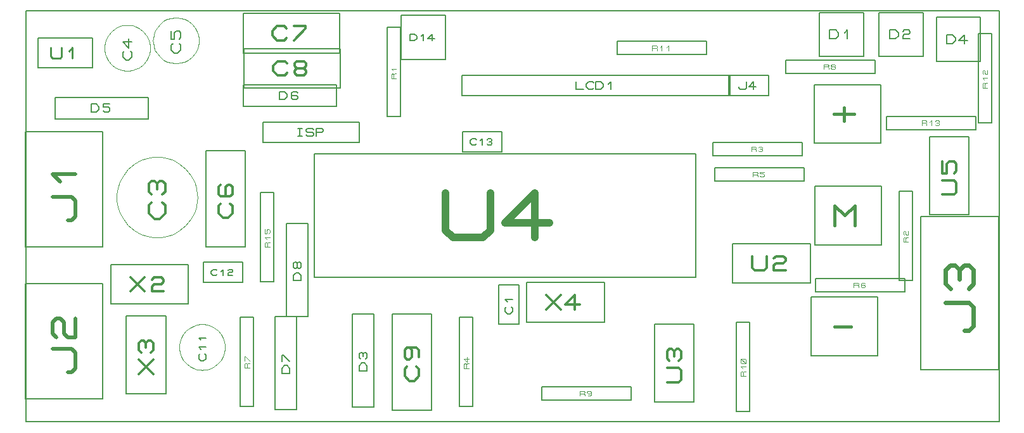
<source format=gbr>
G04 PROTEUS GERBER X2 FILE*
%TF.GenerationSoftware,Labcenter,Proteus,8.6-SP2-Build23525*%
%TF.CreationDate,2017-11-29T10:51:07+00:00*%
%TF.FileFunction,AssemblyDrawing,Top*%
%TF.FilePolarity,Positive*%
%TF.Part,Single*%
%FSLAX45Y45*%
%MOMM*%
G01*
%TA.AperFunction,Profile*%
%ADD27C,0.203200*%
%TA.AperFunction,Material*%
%ADD31C,0.203200*%
%ADD46C,0.990600*%
%ADD47C,0.514770*%
%ADD48C,0.172210*%
%ADD49C,0.050800*%
%ADD50C,0.361000*%
%ADD51C,0.316990*%
%ADD52C,0.240790*%
%ADD53C,0.206290*%
%ADD54C,0.106680*%
%ADD55C,0.147950*%
%ADD56C,0.197270*%
%ADD57C,0.154720*%
%ADD58C,0.132080*%
%ADD59C,0.164590*%
%ADD60C,0.444500*%
%ADD61C,0.621790*%
%TD.AperFunction*%
D27*
X-8250000Y-4000000D02*
X+4750000Y-4000000D01*
X+4750000Y+1500000D01*
X-8250000Y+1500000D01*
X-8250000Y-4000000D01*
D31*
X-4403160Y-2063500D02*
X+697160Y-2063500D01*
X+697160Y-412500D01*
X-4403160Y-412500D01*
X-4403160Y-2063500D01*
D46*
X-2645480Y-940820D02*
X-2645480Y-1436120D01*
X-2546420Y-1535180D01*
X-2150180Y-1535180D01*
X-2051120Y-1436120D01*
X-2051120Y-940820D01*
X-1258640Y-1337060D02*
X-1853000Y-1337060D01*
X-1456760Y-940820D01*
X-1456760Y-1535180D01*
D31*
X-8265160Y-1661160D02*
X-7228840Y-1661160D01*
X-7228840Y-116840D01*
X-8265160Y-116840D01*
X-8265160Y-1661160D01*
D47*
X-7695523Y-1300818D02*
X-7644045Y-1300818D01*
X-7592568Y-1249341D01*
X-7592568Y-1043432D01*
X-7644045Y-991955D01*
X-7901432Y-991955D01*
X-7798477Y-786046D02*
X-7901432Y-683091D01*
X-7592568Y-683091D01*
D31*
X-7864300Y+55220D02*
X-6619700Y+55220D01*
X-6619700Y+342240D01*
X-7864300Y+342240D01*
X-7864300Y+55220D01*
D48*
X-7379769Y+147066D02*
X-7379769Y+250393D01*
X-7310885Y+250393D01*
X-7276443Y+215951D01*
X-7276443Y+181508D01*
X-7310885Y+147066D01*
X-7379769Y+147066D01*
X-7138674Y+250393D02*
X-7224779Y+250393D01*
X-7224779Y+215951D01*
X-7155895Y+215951D01*
X-7138674Y+198730D01*
X-7138674Y+164287D01*
X-7155895Y+147066D01*
X-7207558Y+147066D01*
X-7224779Y+164287D01*
D49*
X-5963575Y-995740D02*
X-5965210Y-953794D01*
X-5978471Y-869901D01*
X-6006057Y-786008D01*
X-6050580Y-702115D01*
X-6117880Y-618222D01*
X-6201739Y-548524D01*
X-6285632Y-502349D01*
X-6369525Y-473447D01*
X-6453418Y-459018D01*
X-6502540Y-456775D01*
X-7041505Y-995740D02*
X-7039870Y-953794D01*
X-7026609Y-869901D01*
X-6999023Y-786008D01*
X-6954500Y-702115D01*
X-6887200Y-618222D01*
X-6803341Y-548524D01*
X-6719448Y-502349D01*
X-6635555Y-473447D01*
X-6551662Y-459018D01*
X-6502540Y-456775D01*
X-7041505Y-995740D02*
X-7039870Y-1037686D01*
X-7026609Y-1121579D01*
X-6999023Y-1205472D01*
X-6954500Y-1289365D01*
X-6887200Y-1373258D01*
X-6803341Y-1442956D01*
X-6719448Y-1489131D01*
X-6635555Y-1518033D01*
X-6551662Y-1532462D01*
X-6502540Y-1534705D01*
X-5963575Y-995740D02*
X-5965210Y-1037686D01*
X-5978471Y-1121579D01*
X-6006057Y-1205472D01*
X-6050580Y-1289365D01*
X-6117880Y-1373258D01*
X-6201739Y-1442956D01*
X-6285632Y-1489131D01*
X-6369525Y-1518033D01*
X-6453418Y-1532462D01*
X-6502540Y-1534705D01*
D50*
X-6430339Y-1067941D02*
X-6394239Y-1104041D01*
X-6394239Y-1212342D01*
X-6466440Y-1284542D01*
X-6538640Y-1284542D01*
X-6610841Y-1212342D01*
X-6610841Y-1104041D01*
X-6574741Y-1067941D01*
X-6574741Y-959640D02*
X-6610841Y-923540D01*
X-6610841Y-815239D01*
X-6574741Y-779139D01*
X-6538640Y-779139D01*
X-6502540Y-815239D01*
X-6466440Y-779139D01*
X-6430339Y-779139D01*
X-6394239Y-815239D01*
X-6394239Y-923540D01*
X-6430339Y-959640D01*
X-6502540Y-887440D02*
X-6502540Y-815239D01*
D31*
X-5852160Y-1661160D02*
X-5323840Y-1661160D01*
X-5323840Y-370840D01*
X-5852160Y-370840D01*
X-5852160Y-1661160D01*
D51*
X-5524601Y-1079399D02*
X-5492902Y-1111098D01*
X-5492902Y-1206195D01*
X-5556300Y-1269593D01*
X-5619699Y-1269593D01*
X-5683097Y-1206195D01*
X-5683097Y-1111098D01*
X-5651398Y-1079399D01*
X-5651398Y-825806D02*
X-5683097Y-857505D01*
X-5683097Y-952602D01*
X-5651398Y-984301D01*
X-5524601Y-984301D01*
X-5492902Y-952602D01*
X-5492902Y-857505D01*
X-5524601Y-825806D01*
X-5556300Y-825806D01*
X-5588000Y-857505D01*
X-5588000Y-984301D01*
D31*
X-8094360Y+735840D02*
X-7362840Y+735840D01*
X-7362840Y+1137160D01*
X-8094360Y+1137160D01*
X-8094360Y+735840D01*
D52*
X-7921233Y+1008737D02*
X-7921233Y+888341D01*
X-7897154Y+864262D01*
X-7800838Y+864262D01*
X-7776759Y+888341D01*
X-7776759Y+1008737D01*
X-7680442Y+960579D02*
X-7632284Y+1008737D01*
X-7632284Y+864262D01*
D49*
X-6593091Y+1000940D02*
X-6594077Y+1025525D01*
X-6602085Y+1074696D01*
X-6618785Y+1123867D01*
X-6645883Y+1173038D01*
X-6687234Y+1222127D01*
X-6736405Y+1260613D01*
X-6785576Y+1285721D01*
X-6834747Y+1300832D01*
X-6883918Y+1307427D01*
X-6900000Y+1307849D01*
X-7206909Y+1000940D02*
X-7205923Y+1025525D01*
X-7197915Y+1074696D01*
X-7181215Y+1123867D01*
X-7154117Y+1173038D01*
X-7112766Y+1222127D01*
X-7063595Y+1260613D01*
X-7014424Y+1285721D01*
X-6965253Y+1300832D01*
X-6916082Y+1307427D01*
X-6900000Y+1307849D01*
X-7206909Y+1000940D02*
X-7205923Y+976355D01*
X-7197915Y+927184D01*
X-7181215Y+878013D01*
X-7154117Y+828842D01*
X-7112766Y+779753D01*
X-7063595Y+741267D01*
X-7014424Y+716159D01*
X-6965253Y+701048D01*
X-6916082Y+694453D01*
X-6900000Y+694031D01*
X-6593091Y+1000940D02*
X-6594077Y+976355D01*
X-6602085Y+927184D01*
X-6618785Y+878013D01*
X-6645883Y+828842D01*
X-6687234Y+779753D01*
X-6736405Y+741267D01*
X-6785576Y+716159D01*
X-6834747Y+701048D01*
X-6883918Y+694453D01*
X-6900000Y+694031D01*
D53*
X-6858740Y+959680D02*
X-6838110Y+939050D01*
X-6838110Y+877160D01*
X-6879370Y+835901D01*
X-6920630Y+835901D01*
X-6961890Y+877160D01*
X-6961890Y+939050D01*
X-6941260Y+959680D01*
X-6879370Y+1124719D02*
X-6879370Y+1000940D01*
X-6961890Y+1083459D01*
X-6838110Y+1083459D01*
D49*
X-5943091Y+1100940D02*
X-5944077Y+1125525D01*
X-5952085Y+1174696D01*
X-5968785Y+1223867D01*
X-5995883Y+1273038D01*
X-6037234Y+1322127D01*
X-6086405Y+1360613D01*
X-6135576Y+1385721D01*
X-6184747Y+1400832D01*
X-6233918Y+1407427D01*
X-6250000Y+1407849D01*
X-6556909Y+1100940D02*
X-6555923Y+1125525D01*
X-6547915Y+1174696D01*
X-6531215Y+1223867D01*
X-6504117Y+1273038D01*
X-6462766Y+1322127D01*
X-6413595Y+1360613D01*
X-6364424Y+1385721D01*
X-6315253Y+1400832D01*
X-6266082Y+1407427D01*
X-6250000Y+1407849D01*
X-6556909Y+1100940D02*
X-6555923Y+1076355D01*
X-6547915Y+1027184D01*
X-6531215Y+978013D01*
X-6504117Y+928842D01*
X-6462766Y+879753D01*
X-6413595Y+841267D01*
X-6364424Y+816159D01*
X-6315253Y+801048D01*
X-6266082Y+794453D01*
X-6250000Y+794031D01*
X-5943091Y+1100940D02*
X-5944077Y+1076355D01*
X-5952085Y+1027184D01*
X-5968785Y+978013D01*
X-5995883Y+928842D01*
X-6037234Y+879753D01*
X-6086405Y+841267D01*
X-6135576Y+816159D01*
X-6184747Y+801048D01*
X-6233918Y+794453D01*
X-6250000Y+794031D01*
D53*
X-6208740Y+1059680D02*
X-6188110Y+1039050D01*
X-6188110Y+977160D01*
X-6229370Y+935901D01*
X-6270630Y+935901D01*
X-6311890Y+977160D01*
X-6311890Y+1039050D01*
X-6291260Y+1059680D01*
X-6311890Y+1224719D02*
X-6311890Y+1121569D01*
X-6270630Y+1121569D01*
X-6270630Y+1204089D01*
X-6250000Y+1224719D01*
X-6208740Y+1224719D01*
X-6188110Y+1204089D01*
X-6188110Y+1142199D01*
X-6208740Y+1121569D01*
D31*
X-5353160Y+935840D02*
X-4062840Y+935840D01*
X-4062840Y+1464160D01*
X-5353160Y+1464160D01*
X-5353160Y+935840D01*
D51*
X-4771399Y+1136601D02*
X-4803098Y+1104902D01*
X-4898195Y+1104902D01*
X-4961593Y+1168300D01*
X-4961593Y+1231699D01*
X-4898195Y+1295097D01*
X-4803098Y+1295097D01*
X-4771399Y+1263398D01*
X-4676301Y+1295097D02*
X-4517806Y+1295097D01*
X-4517806Y+1263398D01*
X-4676301Y+1104902D01*
D31*
X-5344160Y+465840D02*
X-4053840Y+465840D01*
X-4053840Y+994160D01*
X-5344160Y+994160D01*
X-5344160Y+465840D01*
D51*
X-4762399Y+666601D02*
X-4794098Y+634902D01*
X-4889195Y+634902D01*
X-4952593Y+698300D01*
X-4952593Y+761699D01*
X-4889195Y+825097D01*
X-4794098Y+825097D01*
X-4762399Y+793398D01*
X-4635602Y+730000D02*
X-4667301Y+761699D01*
X-4667301Y+793398D01*
X-4635602Y+825097D01*
X-4540505Y+825097D01*
X-4508806Y+793398D01*
X-4508806Y+761699D01*
X-4540505Y+730000D01*
X-4635602Y+730000D01*
X-4667301Y+698300D01*
X-4667301Y+666601D01*
X-4635602Y+634902D01*
X-4540505Y+634902D01*
X-4508806Y+666601D01*
X-4508806Y+698300D01*
X-4540505Y+730000D01*
D31*
X-5350300Y+217760D02*
X-4105700Y+217760D01*
X-4105700Y+504780D01*
X-5350300Y+504780D01*
X-5350300Y+217760D01*
D48*
X-4865769Y+309606D02*
X-4865769Y+412933D01*
X-4796885Y+412933D01*
X-4762443Y+378491D01*
X-4762443Y+344048D01*
X-4796885Y+309606D01*
X-4865769Y+309606D01*
X-4624674Y+395712D02*
X-4641895Y+412933D01*
X-4693558Y+412933D01*
X-4710779Y+395712D01*
X-4710779Y+326827D01*
X-4693558Y+309606D01*
X-4641895Y+309606D01*
X-4624674Y+326827D01*
X-4624674Y+344048D01*
X-4641895Y+361270D01*
X-4710779Y+361270D01*
D31*
X-3428900Y+81100D02*
X-3251100Y+81100D01*
X-3251100Y+1274900D01*
X-3428900Y+1274900D01*
X-3428900Y+81100D01*
D54*
X-3307996Y+592656D02*
X-3372004Y+592656D01*
X-3372004Y+645996D01*
X-3361336Y+656664D01*
X-3350668Y+656664D01*
X-3340000Y+645996D01*
X-3340000Y+592656D01*
X-3340000Y+645996D02*
X-3329332Y+656664D01*
X-3307996Y+656664D01*
X-3350668Y+699336D02*
X-3372004Y+720672D01*
X-3307996Y+720672D01*
D31*
X-3240660Y+845840D02*
X-2648840Y+845840D01*
X-2648840Y+1437660D01*
X-3240660Y+1437660D01*
X-3240660Y+845840D01*
D55*
X-3122296Y+1097364D02*
X-3122296Y+1186137D01*
X-3063114Y+1186137D01*
X-3033523Y+1156546D01*
X-3033523Y+1126955D01*
X-3063114Y+1097364D01*
X-3122296Y+1097364D01*
X-2974341Y+1156546D02*
X-2944750Y+1186137D01*
X-2944750Y+1097364D01*
X-2796795Y+1126955D02*
X-2885568Y+1126955D01*
X-2826386Y+1186137D01*
X-2826386Y+1097364D01*
D31*
X+3818840Y-1227000D02*
X+4347160Y-1227000D01*
X+4347160Y-183000D01*
X+3818840Y-183000D01*
X+3818840Y-1227000D01*
D51*
X+3987903Y-958593D02*
X+4146399Y-958593D01*
X+4178098Y-926894D01*
X+4178098Y-800098D01*
X+4146399Y-768399D01*
X+3987903Y-768399D01*
X+3987903Y-514806D02*
X+3987903Y-673301D01*
X+4051301Y-673301D01*
X+4051301Y-546505D01*
X+4083000Y-514806D01*
X+4146399Y-514806D01*
X+4178098Y-546505D01*
X+4178098Y-641602D01*
X+4146399Y-673301D01*
D31*
X+4471100Y+1100D02*
X+4648900Y+1100D01*
X+4648900Y+1194900D01*
X+4471100Y+1194900D01*
X+4471100Y+1100D01*
D54*
X+4592004Y+469984D02*
X+4527996Y+469984D01*
X+4527996Y+523324D01*
X+4538664Y+533992D01*
X+4549332Y+533992D01*
X+4560000Y+523324D01*
X+4560000Y+469984D01*
X+4560000Y+523324D02*
X+4570668Y+533992D01*
X+4592004Y+533992D01*
X+4549332Y+576664D02*
X+4527996Y+598000D01*
X+4592004Y+598000D01*
X+4538664Y+651340D02*
X+4527996Y+662008D01*
X+4527996Y+694012D01*
X+4538664Y+704680D01*
X+4549332Y+704680D01*
X+4560000Y+694012D01*
X+4560000Y+662008D01*
X+4570668Y+651340D01*
X+4592004Y+651340D01*
X+4592004Y+704680D01*
D31*
X+3245100Y-88900D02*
X+4438900Y-88900D01*
X+4438900Y+88900D01*
X+3245100Y+88900D01*
X+3245100Y-88900D01*
D54*
X+3713984Y-32004D02*
X+3713984Y+32004D01*
X+3767324Y+32004D01*
X+3777992Y+21336D01*
X+3777992Y+10668D01*
X+3767324Y+0D01*
X+3713984Y+0D01*
X+3767324Y+0D02*
X+3777992Y-10668D01*
X+3777992Y-32004D01*
X+3820664Y+10668D02*
X+3842000Y+32004D01*
X+3842000Y-32004D01*
X+3895340Y+21336D02*
X+3906008Y+32004D01*
X+3938012Y+32004D01*
X+3948680Y+21336D01*
X+3948680Y+10668D01*
X+3938012Y+0D01*
X+3948680Y-10668D01*
X+3948680Y-21336D01*
X+3938012Y-32004D01*
X+3906008Y-32004D01*
X+3895340Y-21336D01*
X+3916676Y+0D02*
X+3938012Y+0D01*
D31*
X+3411100Y-2104900D02*
X+3588900Y-2104900D01*
X+3588900Y-911100D01*
X+3411100Y-911100D01*
X+3411100Y-2104900D01*
D54*
X+3532004Y-1593344D02*
X+3467996Y-1593344D01*
X+3467996Y-1540004D01*
X+3478664Y-1529336D01*
X+3489332Y-1529336D01*
X+3500000Y-1540004D01*
X+3500000Y-1593344D01*
X+3500000Y-1540004D02*
X+3510668Y-1529336D01*
X+3532004Y-1529336D01*
X+3478664Y-1497332D02*
X+3467996Y-1486664D01*
X+3467996Y-1454660D01*
X+3478664Y-1443992D01*
X+3489332Y-1443992D01*
X+3500000Y-1454660D01*
X+3500000Y-1486664D01*
X+3510668Y-1497332D01*
X+3532004Y-1497332D01*
X+3532004Y-1443992D01*
D31*
X+3908840Y+822340D02*
X+4500660Y+822340D01*
X+4500660Y+1414160D01*
X+3908840Y+1414160D01*
X+3908840Y+822340D01*
D56*
X+4046932Y+1059068D02*
X+4046932Y+1177432D01*
X+4125841Y+1177432D01*
X+4165295Y+1137977D01*
X+4165295Y+1098523D01*
X+4125841Y+1059068D01*
X+4046932Y+1059068D01*
X+4323113Y+1098523D02*
X+4204750Y+1098523D01*
X+4283659Y+1177432D01*
X+4283659Y+1059068D01*
D31*
X+1183000Y-2141160D02*
X+2227000Y-2141160D01*
X+2227000Y-1612840D01*
X+1183000Y-1612840D01*
X+1183000Y-2141160D01*
D51*
X+1451407Y-1781903D02*
X+1451407Y-1940399D01*
X+1483106Y-1972098D01*
X+1609902Y-1972098D01*
X+1641601Y-1940399D01*
X+1641601Y-1781903D01*
X+1736699Y-1813602D02*
X+1768398Y-1781903D01*
X+1863495Y-1781903D01*
X+1895194Y-1813602D01*
X+1895194Y-1845301D01*
X+1863495Y-1877000D01*
X+1768398Y-1877000D01*
X+1736699Y-1908700D01*
X+1736699Y-1972098D01*
X+1895194Y-1972098D01*
D31*
X+2295100Y-2258900D02*
X+3488900Y-2258900D01*
X+3488900Y-2081100D01*
X+2295100Y-2081100D01*
X+2295100Y-2258900D01*
D54*
X+2806656Y-2202004D02*
X+2806656Y-2137996D01*
X+2859996Y-2137996D01*
X+2870664Y-2148664D01*
X+2870664Y-2159332D01*
X+2859996Y-2170000D01*
X+2806656Y-2170000D01*
X+2859996Y-2170000D02*
X+2870664Y-2180668D01*
X+2870664Y-2202004D01*
X+2956008Y-2148664D02*
X+2945340Y-2137996D01*
X+2913336Y-2137996D01*
X+2902668Y-2148664D01*
X+2902668Y-2191336D01*
X+2913336Y-2202004D01*
X+2945340Y-2202004D01*
X+2956008Y-2191336D01*
X+2956008Y-2180668D01*
X+2945340Y-2170000D01*
X+2902668Y-2170000D01*
D31*
X+925100Y-438900D02*
X+2118900Y-438900D01*
X+2118900Y-261100D01*
X+925100Y-261100D01*
X+925100Y-438900D01*
D54*
X+1436656Y-382004D02*
X+1436656Y-317996D01*
X+1489996Y-317996D01*
X+1500664Y-328664D01*
X+1500664Y-339332D01*
X+1489996Y-350000D01*
X+1436656Y-350000D01*
X+1489996Y-350000D02*
X+1500664Y-360668D01*
X+1500664Y-382004D01*
X+1532668Y-328664D02*
X+1543336Y-317996D01*
X+1575340Y-317996D01*
X+1586008Y-328664D01*
X+1586008Y-339332D01*
X+1575340Y-350000D01*
X+1586008Y-360668D01*
X+1586008Y-371336D01*
X+1575340Y-382004D01*
X+1543336Y-382004D01*
X+1532668Y-371336D01*
X+1554004Y-350000D02*
X+1575340Y-350000D01*
D31*
X+945100Y-778900D02*
X+2138900Y-778900D01*
X+2138900Y-601100D01*
X+945100Y-601100D01*
X+945100Y-778900D01*
D54*
X+1456656Y-722004D02*
X+1456656Y-657996D01*
X+1509996Y-657996D01*
X+1520664Y-668664D01*
X+1520664Y-679332D01*
X+1509996Y-690000D01*
X+1456656Y-690000D01*
X+1509996Y-690000D02*
X+1520664Y-700668D01*
X+1520664Y-722004D01*
X+1606008Y-657996D02*
X+1552668Y-657996D01*
X+1552668Y-679332D01*
X+1595340Y-679332D01*
X+1606008Y-690000D01*
X+1606008Y-711336D01*
X+1595340Y-722004D01*
X+1563336Y-722004D01*
X+1552668Y-711336D01*
D31*
X+2345340Y+885840D02*
X+2937160Y+885840D01*
X+2937160Y+1477660D01*
X+2345340Y+1477660D01*
X+2345340Y+885840D01*
D56*
X+2483432Y+1122568D02*
X+2483432Y+1240932D01*
X+2562341Y+1240932D01*
X+2601795Y+1201477D01*
X+2601795Y+1162023D01*
X+2562341Y+1122568D01*
X+2483432Y+1122568D01*
X+2680704Y+1201477D02*
X+2720159Y+1240932D01*
X+2720159Y+1122568D01*
D31*
X-8265160Y-3693160D02*
X-7228840Y-3693160D01*
X-7228840Y-2148840D01*
X-8265160Y-2148840D01*
X-8265160Y-3693160D01*
D47*
X-7695523Y-3332818D02*
X-7644045Y-3332818D01*
X-7592568Y-3281341D01*
X-7592568Y-3075432D01*
X-7644045Y-3023955D01*
X-7901432Y-3023955D01*
X-7849955Y-2869523D02*
X-7901432Y-2818046D01*
X-7901432Y-2663614D01*
X-7849955Y-2612137D01*
X-7798477Y-2612137D01*
X-7747000Y-2663614D01*
X-7747000Y-2818046D01*
X-7695523Y-2869523D01*
X-7592568Y-2869523D01*
X-7592568Y-2612137D01*
D31*
X-7122160Y-2423160D02*
X-6085840Y-2423160D01*
X-6085840Y-1894840D01*
X-7122160Y-1894840D01*
X-7122160Y-2423160D01*
D51*
X-6857593Y-2063903D02*
X-6667399Y-2254098D01*
X-6857593Y-2254098D02*
X-6667399Y-2063903D01*
X-6572301Y-2095602D02*
X-6540602Y-2063903D01*
X-6445505Y-2063903D01*
X-6413806Y-2095602D01*
X-6413806Y-2127301D01*
X-6445505Y-2159000D01*
X-6540602Y-2159000D01*
X-6572301Y-2190700D01*
X-6572301Y-2254098D01*
X-6413806Y-2254098D01*
D31*
X-6914160Y-3622160D02*
X-6385840Y-3622160D01*
X-6385840Y-2585840D01*
X-6914160Y-2585840D01*
X-6914160Y-3622160D01*
D51*
X-6745097Y-3357593D02*
X-6554902Y-3167399D01*
X-6554902Y-3357593D02*
X-6745097Y-3167399D01*
X-6713398Y-3072301D02*
X-6745097Y-3040602D01*
X-6745097Y-2945505D01*
X-6713398Y-2913806D01*
X-6681699Y-2913806D01*
X-6650000Y-2945505D01*
X-6618300Y-2913806D01*
X-6586601Y-2913806D01*
X-6554902Y-2945505D01*
X-6554902Y-3040602D01*
X-6586601Y-3072301D01*
X-6650000Y-3008903D02*
X-6650000Y-2945505D01*
D49*
X-5593091Y-2999060D02*
X-5594077Y-2974475D01*
X-5602085Y-2925304D01*
X-5618785Y-2876133D01*
X-5645883Y-2826962D01*
X-5687234Y-2777873D01*
X-5736405Y-2739387D01*
X-5785576Y-2714279D01*
X-5834747Y-2699168D01*
X-5883918Y-2692573D01*
X-5900000Y-2692151D01*
X-6206909Y-2999060D02*
X-6205923Y-2974475D01*
X-6197915Y-2925304D01*
X-6181215Y-2876133D01*
X-6154117Y-2826962D01*
X-6112766Y-2777873D01*
X-6063595Y-2739387D01*
X-6014424Y-2714279D01*
X-5965253Y-2699168D01*
X-5916082Y-2692573D01*
X-5900000Y-2692151D01*
X-6206909Y-2999060D02*
X-6205923Y-3023645D01*
X-6197915Y-3072816D01*
X-6181215Y-3121987D01*
X-6154117Y-3171158D01*
X-6112766Y-3220247D01*
X-6063595Y-3258733D01*
X-6014424Y-3283841D01*
X-5965253Y-3298952D01*
X-5916082Y-3305547D01*
X-5900000Y-3305969D01*
X-5593091Y-2999060D02*
X-5594077Y-3023645D01*
X-5602085Y-3072816D01*
X-5618785Y-3121987D01*
X-5645883Y-3171158D01*
X-5687234Y-3220247D01*
X-5736405Y-3258733D01*
X-5785576Y-3283841D01*
X-5834747Y-3298952D01*
X-5883918Y-3305547D01*
X-5900000Y-3305969D01*
D57*
X-5869055Y-3091894D02*
X-5853582Y-3107367D01*
X-5853582Y-3153784D01*
X-5884527Y-3184728D01*
X-5915472Y-3184728D01*
X-5946417Y-3153784D01*
X-5946417Y-3107367D01*
X-5930944Y-3091894D01*
X-5915472Y-3030005D02*
X-5946417Y-2999060D01*
X-5853582Y-2999060D01*
X-5915472Y-2906226D02*
X-5946417Y-2875281D01*
X-5853582Y-2875281D01*
D31*
X-5388900Y-3788900D02*
X-5211100Y-3788900D01*
X-5211100Y-2595100D01*
X-5388900Y-2595100D01*
X-5388900Y-3788900D01*
D54*
X-5267996Y-3277344D02*
X-5332004Y-3277344D01*
X-5332004Y-3224004D01*
X-5321336Y-3213336D01*
X-5310668Y-3213336D01*
X-5300000Y-3224004D01*
X-5300000Y-3277344D01*
X-5300000Y-3224004D02*
X-5289332Y-3213336D01*
X-5267996Y-3213336D01*
X-5332004Y-3181332D02*
X-5332004Y-3127992D01*
X-5321336Y-3127992D01*
X-5267996Y-3181332D01*
D31*
X-4924780Y-3834300D02*
X-4637760Y-3834300D01*
X-4637760Y-2589700D01*
X-4924780Y-2589700D01*
X-4924780Y-3834300D01*
D48*
X-4729606Y-3349769D02*
X-4832933Y-3349769D01*
X-4832933Y-3280885D01*
X-4798491Y-3246443D01*
X-4764048Y-3246443D01*
X-4729606Y-3280885D01*
X-4729606Y-3349769D01*
X-4832933Y-3194779D02*
X-4832933Y-3108674D01*
X-4815712Y-3108674D01*
X-4729606Y-3194779D01*
D31*
X-4772240Y-2590300D02*
X-4485220Y-2590300D01*
X-4485220Y-1345700D01*
X-4772240Y-1345700D01*
X-4772240Y-2590300D01*
D48*
X-4577066Y-2105769D02*
X-4680393Y-2105769D01*
X-4680393Y-2036885D01*
X-4645951Y-2002443D01*
X-4611508Y-2002443D01*
X-4577066Y-2036885D01*
X-4577066Y-2105769D01*
X-4628730Y-1933558D02*
X-4645951Y-1950779D01*
X-4663172Y-1950779D01*
X-4680393Y-1933558D01*
X-4680393Y-1881895D01*
X-4663172Y-1864674D01*
X-4645951Y-1864674D01*
X-4628730Y-1881895D01*
X-4628730Y-1933558D01*
X-4611508Y-1950779D01*
X-4594287Y-1950779D01*
X-4577066Y-1933558D01*
X-4577066Y-1881895D01*
X-4594287Y-1864674D01*
X-4611508Y-1864674D01*
X-4628730Y-1881895D01*
D31*
X-3892240Y-3800300D02*
X-3605220Y-3800300D01*
X-3605220Y-2555700D01*
X-3892240Y-2555700D01*
X-3892240Y-3800300D01*
D48*
X-3697066Y-3315769D02*
X-3800393Y-3315769D01*
X-3800393Y-3246885D01*
X-3765951Y-3212443D01*
X-3731508Y-3212443D01*
X-3697066Y-3246885D01*
X-3697066Y-3315769D01*
X-3783172Y-3160779D02*
X-3800393Y-3143558D01*
X-3800393Y-3091895D01*
X-3783172Y-3074674D01*
X-3765951Y-3074674D01*
X-3748730Y-3091895D01*
X-3731508Y-3074674D01*
X-3714287Y-3074674D01*
X-3697066Y-3091895D01*
X-3697066Y-3143558D01*
X-3714287Y-3160779D01*
X-3748730Y-3126337D02*
X-3748730Y-3091895D01*
D31*
X-3364160Y-3843160D02*
X-2835840Y-3843160D01*
X-2835840Y-2552840D01*
X-3364160Y-2552840D01*
X-3364160Y-3843160D01*
D51*
X-3036601Y-3261399D02*
X-3004902Y-3293098D01*
X-3004902Y-3388195D01*
X-3068300Y-3451593D01*
X-3131699Y-3451593D01*
X-3195097Y-3388195D01*
X-3195097Y-3293098D01*
X-3163398Y-3261399D01*
X-3131699Y-3007806D02*
X-3100000Y-3039505D01*
X-3100000Y-3134602D01*
X-3131699Y-3166301D01*
X-3163398Y-3166301D01*
X-3195097Y-3134602D01*
X-3195097Y-3039505D01*
X-3163398Y-3007806D01*
X-3036601Y-3007806D01*
X-3004902Y-3039505D01*
X-3004902Y-3134602D01*
D31*
X-2458900Y-3794900D02*
X-2281100Y-3794900D01*
X-2281100Y-2601100D01*
X-2458900Y-2601100D01*
X-2458900Y-3794900D01*
D54*
X-2337996Y-3283344D02*
X-2402004Y-3283344D01*
X-2402004Y-3230004D01*
X-2391336Y-3219336D01*
X-2380668Y-3219336D01*
X-2370000Y-3230004D01*
X-2370000Y-3283344D01*
X-2370000Y-3230004D02*
X-2359332Y-3219336D01*
X-2337996Y-3219336D01*
X-2359332Y-3133992D02*
X-2359332Y-3198000D01*
X-2402004Y-3155328D01*
X-2337996Y-3155328D01*
D31*
X-5118900Y-2128900D02*
X-4941100Y-2128900D01*
X-4941100Y-935100D01*
X-5118900Y-935100D01*
X-5118900Y-2128900D01*
D54*
X-4997996Y-1660016D02*
X-5062004Y-1660016D01*
X-5062004Y-1606676D01*
X-5051336Y-1596008D01*
X-5040668Y-1596008D01*
X-5030000Y-1606676D01*
X-5030000Y-1660016D01*
X-5030000Y-1606676D02*
X-5019332Y-1596008D01*
X-4997996Y-1596008D01*
X-5040668Y-1553336D02*
X-5062004Y-1532000D01*
X-4997996Y-1532000D01*
X-5062004Y-1425320D02*
X-5062004Y-1478660D01*
X-5040668Y-1478660D01*
X-5040668Y-1435988D01*
X-5030000Y-1425320D01*
X-5008664Y-1425320D01*
X-4997996Y-1435988D01*
X-4997996Y-1467992D01*
X-5008664Y-1478660D01*
D31*
X-5887160Y-2137160D02*
X-5358840Y-2137160D01*
X-5358840Y-1862840D01*
X-5887160Y-1862840D01*
X-5887160Y-2137160D01*
D58*
X-5702248Y-2026416D02*
X-5715456Y-2039624D01*
X-5755080Y-2039624D01*
X-5781496Y-2013208D01*
X-5781496Y-1986792D01*
X-5755080Y-1960376D01*
X-5715456Y-1960376D01*
X-5702248Y-1973584D01*
X-5649416Y-1986792D02*
X-5623000Y-1960376D01*
X-5623000Y-2039624D01*
X-5556960Y-1973584D02*
X-5543752Y-1960376D01*
X-5504128Y-1960376D01*
X-5490920Y-1973584D01*
X-5490920Y-1986792D01*
X-5504128Y-2000000D01*
X-5543752Y-2000000D01*
X-5556960Y-2013208D01*
X-5556960Y-2039624D01*
X-5490920Y-2039624D01*
D31*
X-5090160Y-264160D02*
X-3799840Y-264160D01*
X-3799840Y+10160D01*
X-5090160Y+10160D01*
X-5090160Y-264160D01*
D59*
X-4626050Y-77623D02*
X-4560214Y-77623D01*
X-4593132Y-77623D02*
X-4593132Y-176378D01*
X-4626050Y-176378D02*
X-4560214Y-176378D01*
X-4510836Y-159919D02*
X-4494377Y-176378D01*
X-4428541Y-176378D01*
X-4412082Y-159919D01*
X-4412082Y-143460D01*
X-4428541Y-127000D01*
X-4494377Y-127000D01*
X-4510836Y-110541D01*
X-4510836Y-94082D01*
X-4494377Y-77623D01*
X-4428541Y-77623D01*
X-4412082Y-94082D01*
X-4379163Y-176378D02*
X-4379163Y-77623D01*
X-4296868Y-77623D01*
X-4280409Y-94082D01*
X-4280409Y-110541D01*
X-4296868Y-127000D01*
X-4379163Y-127000D01*
D31*
X-1564160Y-2664160D02*
X-527840Y-2664160D01*
X-527840Y-2135840D01*
X-1564160Y-2135840D01*
X-1564160Y-2664160D01*
D51*
X-1299593Y-2304903D02*
X-1109399Y-2495098D01*
X-1299593Y-2495098D02*
X-1109399Y-2304903D01*
X-855806Y-2431700D02*
X-1046000Y-2431700D01*
X-919204Y-2304903D01*
X-919204Y-2495098D01*
D31*
X-1937160Y-2691160D02*
X-1662840Y-2691160D01*
X-1662840Y-2162840D01*
X-1937160Y-2162840D01*
X-1937160Y-2691160D01*
D59*
X-1767081Y-2459919D02*
X-1750622Y-2476378D01*
X-1750622Y-2525755D01*
X-1783540Y-2558673D01*
X-1816459Y-2558673D01*
X-1849377Y-2525755D01*
X-1849377Y-2476378D01*
X-1832918Y-2459919D01*
X-1816459Y-2394082D02*
X-1849377Y-2361164D01*
X-1750622Y-2361164D01*
D31*
X-2423160Y-391160D02*
X-1894840Y-391160D01*
X-1894840Y-116840D01*
X-2423160Y-116840D01*
X-2423160Y-391160D01*
D58*
X-2238248Y-280416D02*
X-2251456Y-293624D01*
X-2291080Y-293624D01*
X-2317496Y-267208D01*
X-2317496Y-240792D01*
X-2291080Y-214376D01*
X-2251456Y-214376D01*
X-2238248Y-227584D01*
X-2185416Y-240792D02*
X-2159000Y-214376D01*
X-2159000Y-293624D01*
X-2092960Y-227584D02*
X-2079752Y-214376D01*
X-2040128Y-214376D01*
X-2026920Y-227584D01*
X-2026920Y-240792D01*
X-2040128Y-254000D01*
X-2026920Y-267208D01*
X-2026920Y-280416D01*
X-2040128Y-293624D01*
X-2079752Y-293624D01*
X-2092960Y-280416D01*
X-2066544Y-254000D02*
X-2040128Y-254000D01*
D31*
X+2238000Y-3113410D02*
X+3127000Y-3113410D01*
X+3127000Y-2331090D01*
X+2238000Y-2331090D01*
X+2238000Y-3113410D01*
D60*
X+2549150Y-2722250D02*
X+2771400Y-2722250D01*
D31*
X+2278000Y-273410D02*
X+3167000Y-273410D01*
X+3167000Y+508910D01*
X+2278000Y+508910D01*
X+2278000Y-273410D01*
D60*
X+2544700Y+117750D02*
X+2811400Y+117750D01*
X+2678050Y+206650D02*
X+2678050Y+28850D01*
D31*
X+2286000Y-1629410D02*
X+3175000Y-1629410D01*
X+3175000Y-847090D01*
X+2286000Y-847090D01*
X+2286000Y-1629410D01*
D60*
X+2552700Y-1371600D02*
X+2552700Y-1104900D01*
X+2686050Y-1238250D01*
X+2819400Y-1104900D01*
X+2819400Y-1371600D01*
D31*
X+3145340Y+885840D02*
X+3737160Y+885840D01*
X+3737160Y+1477660D01*
X+3145340Y+1477660D01*
X+3145340Y+885840D01*
D56*
X+3283432Y+1122568D02*
X+3283432Y+1240932D01*
X+3362341Y+1240932D01*
X+3401795Y+1201477D01*
X+3401795Y+1162023D01*
X+3362341Y+1122568D01*
X+3283432Y+1122568D01*
X+3460977Y+1221205D02*
X+3480704Y+1240932D01*
X+3539886Y+1240932D01*
X+3559613Y+1221205D01*
X+3559613Y+1201477D01*
X+3539886Y+1181750D01*
X+3480704Y+1181750D01*
X+3460977Y+1162023D01*
X+3460977Y+1122568D01*
X+3559613Y+1122568D01*
D31*
X+3701840Y-3304160D02*
X+4738160Y-3304160D01*
X+4738160Y-1251840D01*
X+3701840Y-1251840D01*
X+3701840Y-3304160D01*
D61*
X+4282180Y-2775433D02*
X+4344359Y-2775433D01*
X+4406538Y-2713254D01*
X+4406538Y-2464538D01*
X+4344359Y-2402359D01*
X+4033463Y-2402359D01*
X+4095642Y-2215821D02*
X+4033463Y-2153642D01*
X+4033463Y-1967105D01*
X+4095642Y-1904926D01*
X+4157821Y-1904926D01*
X+4220000Y-1967105D01*
X+4282180Y-1904926D01*
X+4344359Y-1904926D01*
X+4406538Y-1967105D01*
X+4406538Y-2153642D01*
X+4344359Y-2215821D01*
X+4220000Y-2091463D02*
X+4220000Y-1967105D01*
D31*
X+1138840Y+362840D02*
X+1667160Y+362840D01*
X+1667160Y+637160D01*
X+1138840Y+637160D01*
X+1138840Y+362840D01*
D59*
X+1271327Y+483540D02*
X+1271327Y+467081D01*
X+1287786Y+450622D01*
X+1353622Y+450622D01*
X+1370081Y+467081D01*
X+1370081Y+549377D01*
X+1501754Y+483540D02*
X+1403000Y+483540D01*
X+1468836Y+549377D01*
X+1468836Y+450622D01*
D31*
X+1895100Y+661100D02*
X+3088900Y+661100D01*
X+3088900Y+838900D01*
X+1895100Y+838900D01*
X+1895100Y+661100D01*
D54*
X+2406656Y+717996D02*
X+2406656Y+782004D01*
X+2459996Y+782004D01*
X+2470664Y+771336D01*
X+2470664Y+760668D01*
X+2459996Y+750000D01*
X+2406656Y+750000D01*
X+2459996Y+750000D02*
X+2470664Y+739332D01*
X+2470664Y+717996D01*
X+2513336Y+750000D02*
X+2502668Y+760668D01*
X+2502668Y+771336D01*
X+2513336Y+782004D01*
X+2545340Y+782004D01*
X+2556008Y+771336D01*
X+2556008Y+760668D01*
X+2545340Y+750000D01*
X+2513336Y+750000D01*
X+2502668Y+739332D01*
X+2502668Y+728664D01*
X+2513336Y+717996D01*
X+2545340Y+717996D01*
X+2556008Y+728664D01*
X+2556008Y+739332D01*
X+2545340Y+750000D01*
D31*
X-354900Y+911100D02*
X+838900Y+911100D01*
X+838900Y+1088900D01*
X-354900Y+1088900D01*
X-354900Y+911100D01*
D54*
X+113984Y+967996D02*
X+113984Y+1032004D01*
X+167324Y+1032004D01*
X+177992Y+1021336D01*
X+177992Y+1010668D01*
X+167324Y+1000000D01*
X+113984Y+1000000D01*
X+167324Y+1000000D02*
X+177992Y+989332D01*
X+177992Y+967996D01*
X+220664Y+1010668D02*
X+242000Y+1032004D01*
X+242000Y+967996D01*
X+306008Y+1010668D02*
X+327344Y+1032004D01*
X+327344Y+967996D01*
D31*
X-1364900Y-3708900D02*
X-171100Y-3708900D01*
X-171100Y-3531100D01*
X-1364900Y-3531100D01*
X-1364900Y-3708900D01*
D54*
X-853344Y-3652004D02*
X-853344Y-3587996D01*
X-800004Y-3587996D01*
X-789336Y-3598664D01*
X-789336Y-3609332D01*
X-800004Y-3620000D01*
X-853344Y-3620000D01*
X-800004Y-3620000D02*
X-789336Y-3630668D01*
X-789336Y-3652004D01*
X-703992Y-3609332D02*
X-714660Y-3620000D01*
X-746664Y-3620000D01*
X-757332Y-3609332D01*
X-757332Y-3598664D01*
X-746664Y-3587996D01*
X-714660Y-3587996D01*
X-703992Y-3598664D01*
X-703992Y-3641336D01*
X-714660Y-3652004D01*
X-746664Y-3652004D01*
D31*
X+1241100Y-3858900D02*
X+1418900Y-3858900D01*
X+1418900Y-2665100D01*
X+1241100Y-2665100D01*
X+1241100Y-3858900D01*
D54*
X+1362004Y-3390016D02*
X+1297996Y-3390016D01*
X+1297996Y-3336676D01*
X+1308664Y-3326008D01*
X+1319332Y-3326008D01*
X+1330000Y-3336676D01*
X+1330000Y-3390016D01*
X+1330000Y-3336676D02*
X+1340668Y-3326008D01*
X+1362004Y-3326008D01*
X+1319332Y-3283336D02*
X+1297996Y-3262000D01*
X+1362004Y-3262000D01*
X+1351336Y-3219328D02*
X+1308664Y-3219328D01*
X+1297996Y-3208660D01*
X+1297996Y-3165988D01*
X+1308664Y-3155320D01*
X+1351336Y-3155320D01*
X+1362004Y-3165988D01*
X+1362004Y-3208660D01*
X+1351336Y-3219328D01*
X+1362004Y-3219328D02*
X+1297996Y-3155320D01*
D31*
X+142840Y-3737000D02*
X+671160Y-3737000D01*
X+671160Y-2693000D01*
X+142840Y-2693000D01*
X+142840Y-3737000D01*
D51*
X+311903Y-3468593D02*
X+470399Y-3468593D01*
X+502098Y-3436894D01*
X+502098Y-3310098D01*
X+470399Y-3278399D01*
X+311903Y-3278399D01*
X+343602Y-3183301D02*
X+311903Y-3151602D01*
X+311903Y-3056505D01*
X+343602Y-3024806D01*
X+375301Y-3024806D01*
X+407000Y-3056505D01*
X+438700Y-3024806D01*
X+470399Y-3024806D01*
X+502098Y-3056505D01*
X+502098Y-3151602D01*
X+470399Y-3183301D01*
X+407000Y-3119903D02*
X+407000Y-3056505D01*
D31*
X-2427160Y+362840D02*
X+1149160Y+362840D01*
X+1149160Y+637160D01*
X-2427160Y+637160D01*
X-2427160Y+362840D01*
D59*
X-902346Y+549377D02*
X-902346Y+450622D01*
X-803592Y+450622D01*
X-671919Y+467081D02*
X-688378Y+450622D01*
X-737755Y+450622D01*
X-770673Y+483540D01*
X-770673Y+516459D01*
X-737755Y+549377D01*
X-688378Y+549377D01*
X-671919Y+532918D01*
X-639000Y+450622D02*
X-639000Y+549377D01*
X-573164Y+549377D01*
X-540246Y+516459D01*
X-540246Y+483540D01*
X-573164Y+450622D01*
X-639000Y+450622D01*
X-474409Y+516459D02*
X-441491Y+549377D01*
X-441491Y+450622D01*
M02*

</source>
